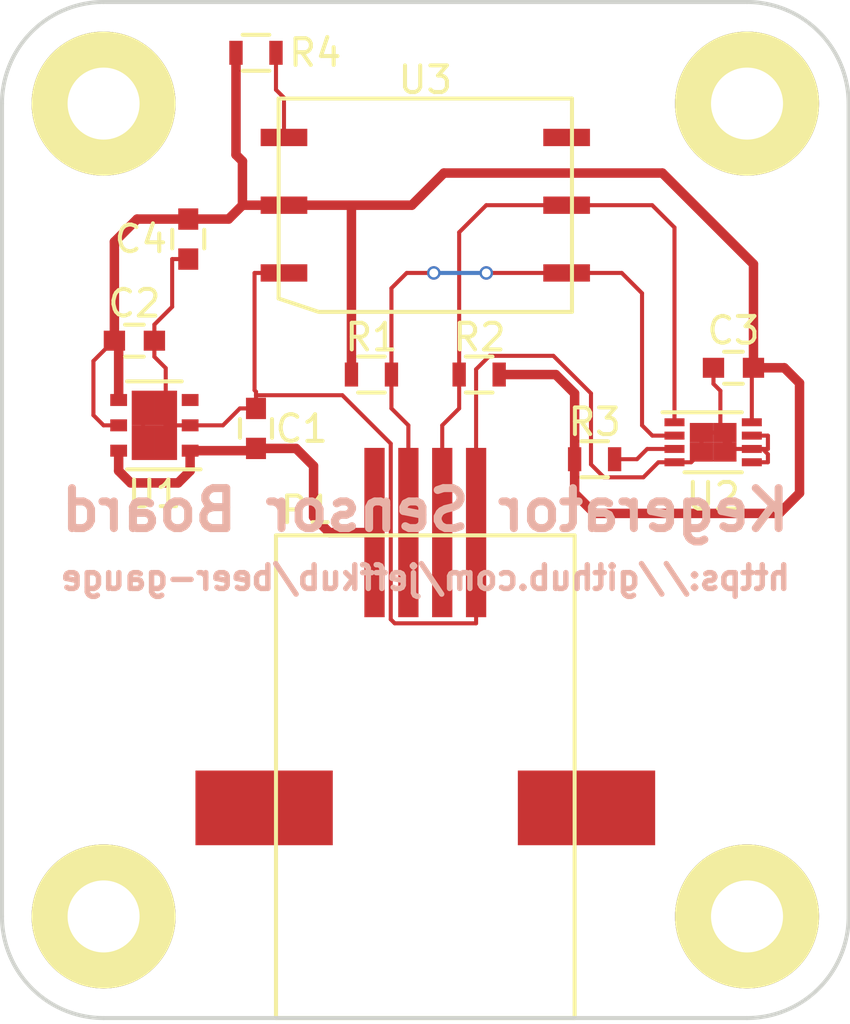
<source format=kicad_pcb>
(kicad_pcb (version 20171130) (host pcbnew "(5.1.12)-1")

  (general
    (thickness 1.6)
    (drawings 10)
    (tracks 142)
    (zones 0)
    (modules 16)
    (nets 8)
  )

  (page A4)
  (layers
    (0 F.Cu signal)
    (31 B.Cu signal)
    (32 B.Adhes user)
    (33 F.Adhes user)
    (34 B.Paste user)
    (35 F.Paste user)
    (36 B.SilkS user)
    (37 F.SilkS user)
    (38 B.Mask user)
    (39 F.Mask user)
    (40 Dwgs.User user)
    (41 Cmts.User user)
    (42 Eco1.User user hide)
    (43 Eco2.User user hide)
    (44 Edge.Cuts user)
    (45 Margin user)
    (46 B.CrtYd user)
    (47 F.CrtYd user)
    (48 B.Fab user)
    (49 F.Fab user hide)
  )

  (setup
    (last_trace_width 0.1524)
    (user_trace_width 0.3556)
    (trace_clearance 0.1524)
    (zone_clearance 0.254)
    (zone_45_only no)
    (trace_min 0.1524)
    (via_size 0.508)
    (via_drill 0.3302)
    (via_min_size 0.508)
    (via_min_drill 0.3302)
    (uvia_size 0.3)
    (uvia_drill 0.1)
    (uvias_allowed no)
    (uvia_min_size 0.2)
    (uvia_min_drill 0.1)
    (edge_width 0.15)
    (segment_width 0.2)
    (pcb_text_width 0.3)
    (pcb_text_size 1.5 1.5)
    (mod_edge_width 0.15)
    (mod_text_size 1 1)
    (mod_text_width 0.15)
    (pad_size 1.524 1.524)
    (pad_drill 0.762)
    (pad_to_mask_clearance 0.0254)
    (solder_mask_min_width 0.0254)
    (aux_axis_origin 0 0)
    (visible_elements 7FFFFF7F)
    (pcbplotparams
      (layerselection 0x00030_80000001)
      (usegerberextensions false)
      (usegerberattributes true)
      (usegerberadvancedattributes true)
      (creategerberjobfile true)
      (excludeedgelayer true)
      (linewidth 0.100000)
      (plotframeref false)
      (viasonmask false)
      (mode 1)
      (useauxorigin false)
      (hpglpennumber 1)
      (hpglpenspeed 20)
      (hpglpendiameter 15.000000)
      (psnegative false)
      (psa4output false)
      (plotreference true)
      (plotvalue true)
      (plotinvisibletext false)
      (padsonsilk false)
      (subtractmaskfromsilk false)
      (outputformat 1)
      (mirror false)
      (drillshape 1)
      (scaleselection 1)
      (outputdirectory ""))
  )

  (net 0 "")
  (net 1 +5V)
  (net 2 GND)
  (net 3 +3V3)
  (net 4 /I2C_SCL)
  (net 5 /I2C_SDA)
  (net 6 "Net-(R3-Pad2)")
  (net 7 "Net-(R4-Pad2)")

  (net_class Default "This is the default net class."
    (clearance 0.1524)
    (trace_width 0.1524)
    (via_dia 0.508)
    (via_drill 0.3302)
    (uvia_dia 0.3)
    (uvia_drill 0.1)
    (add_net +3V3)
    (add_net +5V)
    (add_net /I2C_SCL)
    (add_net /I2C_SDA)
    (add_net GND)
    (add_net "Net-(R3-Pad2)")
    (add_net "Net-(R4-Pad2)")
  )

  (module footprint:0855025005 (layer F.Cu) (tedit 57812FC9) (tstamp 578133BF)
    (at 152.4 139.7)
    (path /5780F910)
    (fp_text reference P1 (at -4.445 -19.05) (layer F.SilkS)
      (effects (font (size 1 1) (thickness 0.15)))
    )
    (fp_text value CONN_01X04 (at 0 -0.5) (layer F.Fab)
      (effects (font (size 1 1) (thickness 0.15)))
    )
    (fp_line (start -5.6 0) (end 5.6 0) (layer F.SilkS) (width 0.15))
    (fp_line (start 5.6 0) (end 5.6 -18.1) (layer F.SilkS) (width 0.15))
    (fp_line (start 5.6 -18.1) (end -5.6 -18.1) (layer F.SilkS) (width 0.15))
    (fp_line (start -5.6 -18.1) (end -5.6 0) (layer F.SilkS) (width 0.15))
    (pad 1 smd rect (at -1.905 -18.205) (size 0.76 6.35) (layers F.Cu F.Paste F.Mask)
      (net 1 +5V))
    (pad 2 smd rect (at -0.635 -18.205) (size 0.76 6.35) (layers F.Cu F.Paste F.Mask)
      (net 4 /I2C_SCL))
    (pad 3 smd rect (at 0.635 -18.205) (size 0.76 6.35) (layers F.Cu F.Paste F.Mask)
      (net 5 /I2C_SDA))
    (pad 4 smd rect (at 1.905 -18.205) (size 0.76 6.35) (layers F.Cu F.Paste F.Mask)
      (net 2 GND))
    (pad 5 smd rect (at -6.045 -7.88) (size 5.15 2.8) (layers F.Cu F.Paste F.Mask))
    (pad 5 smd rect (at 6.045 -7.88) (size 5.15 2.8) (layers F.Cu F.Paste F.Mask))
  )

  (module Mounting_Holes:MountingHole_2.7mm_M2.5_Pad (layer F.Cu) (tedit 578132B8) (tstamp 5781386D)
    (at 140.335 105.41)
    (descr "Mounting Hole 2.7mm, M2.5")
    (tags "mounting hole 2.7mm m2.5")
    (fp_text reference REF**_4 (at 0 -3.7) (layer F.SilkS) hide
      (effects (font (size 1 1) (thickness 0.15)))
    )
    (fp_text value MountingHole_2.7mm_M2.5_Pad (at 0 3.7) (layer F.Fab)
      (effects (font (size 1 1) (thickness 0.15)))
    )
    (fp_circle (center 0 0) (end 2.95 0) (layer F.CrtYd) (width 0.05))
    (fp_circle (center 0 0) (end 2.7 0) (layer Cmts.User) (width 0.15))
    (pad 1 thru_hole circle (at 0 0) (size 5.4 5.4) (drill 2.7) (layers *.Cu *.Mask F.SilkS))
  )

  (module Mounting_Holes:MountingHole_2.7mm_M2.5_Pad (layer F.Cu) (tedit 578132B8) (tstamp 57813867)
    (at 164.465 105.41)
    (descr "Mounting Hole 2.7mm, M2.5")
    (tags "mounting hole 2.7mm m2.5")
    (fp_text reference REF**_3 (at 0 -3.7) (layer F.SilkS) hide
      (effects (font (size 1 1) (thickness 0.15)))
    )
    (fp_text value MountingHole_2.7mm_M2.5_Pad (at 0 3.7) (layer F.Fab)
      (effects (font (size 1 1) (thickness 0.15)))
    )
    (fp_circle (center 0 0) (end 2.95 0) (layer F.CrtYd) (width 0.05))
    (fp_circle (center 0 0) (end 2.7 0) (layer Cmts.User) (width 0.15))
    (pad 1 thru_hole circle (at 0 0) (size 5.4 5.4) (drill 2.7) (layers *.Cu *.Mask F.SilkS))
  )

  (module Mounting_Holes:MountingHole_2.7mm_M2.5_Pad (layer F.Cu) (tedit 578132B8) (tstamp 57813860)
    (at 164.465 135.89)
    (descr "Mounting Hole 2.7mm, M2.5")
    (tags "mounting hole 2.7mm m2.5")
    (fp_text reference REF**_2 (at 0 -3.7) (layer F.SilkS) hide
      (effects (font (size 1 1) (thickness 0.15)))
    )
    (fp_text value MountingHole_2.7mm_M2.5_Pad (at 0 3.7) (layer F.Fab)
      (effects (font (size 1 1) (thickness 0.15)))
    )
    (fp_circle (center 0 0) (end 2.95 0) (layer F.CrtYd) (width 0.05))
    (fp_circle (center 0 0) (end 2.7 0) (layer Cmts.User) (width 0.15))
    (pad 1 thru_hole circle (at 0 0) (size 5.4 5.4) (drill 2.7) (layers *.Cu *.Mask F.SilkS))
  )

  (module Capacitors_SMD:C_0603 (layer F.Cu) (tedit 5415D631) (tstamp 5781338D)
    (at 146.05 117.59 90)
    (descr "Capacitor SMD 0603, reflow soldering, AVX (see smccp.pdf)")
    (tags "capacitor 0603")
    (path /5780FC8D)
    (attr smd)
    (fp_text reference C1 (at -0.012 1.7145 180) (layer F.SilkS)
      (effects (font (size 1 1) (thickness 0.15)))
    )
    (fp_text value 2.2u (at 0 1.9 90) (layer F.Fab)
      (effects (font (size 1 1) (thickness 0.15)))
    )
    (fp_line (start 0.35 0.6) (end -0.35 0.6) (layer F.SilkS) (width 0.15))
    (fp_line (start -0.35 -0.6) (end 0.35 -0.6) (layer F.SilkS) (width 0.15))
    (fp_line (start 1.45 -0.75) (end 1.45 0.75) (layer F.CrtYd) (width 0.05))
    (fp_line (start -1.45 -0.75) (end -1.45 0.75) (layer F.CrtYd) (width 0.05))
    (fp_line (start -1.45 0.75) (end 1.45 0.75) (layer F.CrtYd) (width 0.05))
    (fp_line (start -1.45 -0.75) (end 1.45 -0.75) (layer F.CrtYd) (width 0.05))
    (pad 1 smd rect (at -0.75 0 90) (size 0.8 0.75) (layers F.Cu F.Paste F.Mask)
      (net 1 +5V))
    (pad 2 smd rect (at 0.75 0 90) (size 0.8 0.75) (layers F.Cu F.Paste F.Mask)
      (net 2 GND))
    (model Capacitors_SMD.3dshapes/C_0603.wrl
      (at (xyz 0 0 0))
      (scale (xyz 1 1 1))
      (rotate (xyz 0 0 0))
    )
  )

  (module Capacitors_SMD:C_0603 (layer F.Cu) (tedit 5415D631) (tstamp 57813399)
    (at 141.49 114.3)
    (descr "Capacitor SMD 0603, reflow soldering, AVX (see smccp.pdf)")
    (tags "capacitor 0603")
    (path /5780FCD4)
    (attr smd)
    (fp_text reference C2 (at 0 -1.397) (layer F.SilkS)
      (effects (font (size 1 1) (thickness 0.15)))
    )
    (fp_text value 2.2u (at 0 1.9) (layer F.Fab)
      (effects (font (size 1 1) (thickness 0.15)))
    )
    (fp_line (start 0.35 0.6) (end -0.35 0.6) (layer F.SilkS) (width 0.15))
    (fp_line (start -0.35 -0.6) (end 0.35 -0.6) (layer F.SilkS) (width 0.15))
    (fp_line (start 1.45 -0.75) (end 1.45 0.75) (layer F.CrtYd) (width 0.05))
    (fp_line (start -1.45 -0.75) (end -1.45 0.75) (layer F.CrtYd) (width 0.05))
    (fp_line (start -1.45 0.75) (end 1.45 0.75) (layer F.CrtYd) (width 0.05))
    (fp_line (start -1.45 -0.75) (end 1.45 -0.75) (layer F.CrtYd) (width 0.05))
    (pad 1 smd rect (at -0.75 0) (size 0.8 0.75) (layers F.Cu F.Paste F.Mask)
      (net 3 +3V3))
    (pad 2 smd rect (at 0.75 0) (size 0.8 0.75) (layers F.Cu F.Paste F.Mask)
      (net 2 GND))
    (model Capacitors_SMD.3dshapes/C_0603.wrl
      (at (xyz 0 0 0))
      (scale (xyz 1 1 1))
      (rotate (xyz 0 0 0))
    )
  )

  (module Capacitors_SMD:C_0603 (layer F.Cu) (tedit 5415D631) (tstamp 578133A5)
    (at 163.957 115.316 180)
    (descr "Capacitor SMD 0603, reflow soldering, AVX (see smccp.pdf)")
    (tags "capacitor 0603")
    (path /57810860)
    (attr smd)
    (fp_text reference C3 (at 0 1.397 180) (layer F.SilkS)
      (effects (font (size 1 1) (thickness 0.15)))
    )
    (fp_text value 0.1u (at 0 1.9 180) (layer F.Fab)
      (effects (font (size 1 1) (thickness 0.15)))
    )
    (fp_line (start 0.35 0.6) (end -0.35 0.6) (layer F.SilkS) (width 0.15))
    (fp_line (start -0.35 -0.6) (end 0.35 -0.6) (layer F.SilkS) (width 0.15))
    (fp_line (start 1.45 -0.75) (end 1.45 0.75) (layer F.CrtYd) (width 0.05))
    (fp_line (start -1.45 -0.75) (end -1.45 0.75) (layer F.CrtYd) (width 0.05))
    (fp_line (start -1.45 0.75) (end 1.45 0.75) (layer F.CrtYd) (width 0.05))
    (fp_line (start -1.45 -0.75) (end 1.45 -0.75) (layer F.CrtYd) (width 0.05))
    (pad 1 smd rect (at -0.75 0 180) (size 0.8 0.75) (layers F.Cu F.Paste F.Mask)
      (net 3 +3V3))
    (pad 2 smd rect (at 0.75 0 180) (size 0.8 0.75) (layers F.Cu F.Paste F.Mask)
      (net 2 GND))
    (model Capacitors_SMD.3dshapes/C_0603.wrl
      (at (xyz 0 0 0))
      (scale (xyz 1 1 1))
      (rotate (xyz 0 0 0))
    )
  )

  (module Capacitors_SMD:C_0603 (layer F.Cu) (tedit 5415D631) (tstamp 578133B1)
    (at 143.51 110.49 270)
    (descr "Capacitor SMD 0603, reflow soldering, AVX (see smccp.pdf)")
    (tags "capacitor 0603")
    (path /57812797)
    (attr smd)
    (fp_text reference C4 (at 0 1.778) (layer F.SilkS)
      (effects (font (size 1 1) (thickness 0.15)))
    )
    (fp_text value 0.1u (at 0 1.9 270) (layer F.Fab)
      (effects (font (size 1 1) (thickness 0.15)))
    )
    (fp_line (start 0.35 0.6) (end -0.35 0.6) (layer F.SilkS) (width 0.15))
    (fp_line (start -0.35 -0.6) (end 0.35 -0.6) (layer F.SilkS) (width 0.15))
    (fp_line (start 1.45 -0.75) (end 1.45 0.75) (layer F.CrtYd) (width 0.05))
    (fp_line (start -1.45 -0.75) (end -1.45 0.75) (layer F.CrtYd) (width 0.05))
    (fp_line (start -1.45 0.75) (end 1.45 0.75) (layer F.CrtYd) (width 0.05))
    (fp_line (start -1.45 -0.75) (end 1.45 -0.75) (layer F.CrtYd) (width 0.05))
    (pad 1 smd rect (at -0.75 0 270) (size 0.8 0.75) (layers F.Cu F.Paste F.Mask)
      (net 3 +3V3))
    (pad 2 smd rect (at 0.75 0 270) (size 0.8 0.75) (layers F.Cu F.Paste F.Mask)
      (net 2 GND))
    (model Capacitors_SMD.3dshapes/C_0603.wrl
      (at (xyz 0 0 0))
      (scale (xyz 1 1 1))
      (rotate (xyz 0 0 0))
    )
  )

  (module Resistors_SMD:R_0603 (layer F.Cu) (tedit 5415CC62) (tstamp 578133CB)
    (at 150.38 115.57)
    (descr "Resistor SMD 0603, reflow soldering, Vishay (see dcrcw.pdf)")
    (tags "resistor 0603")
    (path /57810C11)
    (attr smd)
    (fp_text reference R1 (at 0 -1.397) (layer F.SilkS)
      (effects (font (size 1 1) (thickness 0.15)))
    )
    (fp_text value DNP (at 0 1.9) (layer F.Fab)
      (effects (font (size 1 1) (thickness 0.15)))
    )
    (fp_line (start -0.5 -0.675) (end 0.5 -0.675) (layer F.SilkS) (width 0.15))
    (fp_line (start 0.5 0.675) (end -0.5 0.675) (layer F.SilkS) (width 0.15))
    (fp_line (start 1.3 -0.8) (end 1.3 0.8) (layer F.CrtYd) (width 0.05))
    (fp_line (start -1.3 -0.8) (end -1.3 0.8) (layer F.CrtYd) (width 0.05))
    (fp_line (start -1.3 0.8) (end 1.3 0.8) (layer F.CrtYd) (width 0.05))
    (fp_line (start -1.3 -0.8) (end 1.3 -0.8) (layer F.CrtYd) (width 0.05))
    (pad 1 smd rect (at -0.75 0) (size 0.5 0.9) (layers F.Cu F.Paste F.Mask)
      (net 3 +3V3))
    (pad 2 smd rect (at 0.75 0) (size 0.5 0.9) (layers F.Cu F.Paste F.Mask)
      (net 4 /I2C_SCL))
    (model Resistors_SMD.3dshapes/R_0603.wrl
      (at (xyz 0 0 0))
      (scale (xyz 1 1 1))
      (rotate (xyz 0 0 0))
    )
  )

  (module Resistors_SMD:R_0603 (layer F.Cu) (tedit 5415CC62) (tstamp 578133D7)
    (at 154.42 115.57 180)
    (descr "Resistor SMD 0603, reflow soldering, Vishay (see dcrcw.pdf)")
    (tags "resistor 0603")
    (path /57810C3E)
    (attr smd)
    (fp_text reference R2 (at -0.012 1.397 180) (layer F.SilkS)
      (effects (font (size 1 1) (thickness 0.15)))
    )
    (fp_text value DNP (at 0 1.9 180) (layer F.Fab)
      (effects (font (size 1 1) (thickness 0.15)))
    )
    (fp_line (start -0.5 -0.675) (end 0.5 -0.675) (layer F.SilkS) (width 0.15))
    (fp_line (start 0.5 0.675) (end -0.5 0.675) (layer F.SilkS) (width 0.15))
    (fp_line (start 1.3 -0.8) (end 1.3 0.8) (layer F.CrtYd) (width 0.05))
    (fp_line (start -1.3 -0.8) (end -1.3 0.8) (layer F.CrtYd) (width 0.05))
    (fp_line (start -1.3 0.8) (end 1.3 0.8) (layer F.CrtYd) (width 0.05))
    (fp_line (start -1.3 -0.8) (end 1.3 -0.8) (layer F.CrtYd) (width 0.05))
    (pad 1 smd rect (at -0.75 0 180) (size 0.5 0.9) (layers F.Cu F.Paste F.Mask)
      (net 3 +3V3))
    (pad 2 smd rect (at 0.75 0 180) (size 0.5 0.9) (layers F.Cu F.Paste F.Mask)
      (net 5 /I2C_SDA))
    (model Resistors_SMD.3dshapes/R_0603.wrl
      (at (xyz 0 0 0))
      (scale (xyz 1 1 1))
      (rotate (xyz 0 0 0))
    )
  )

  (module Resistors_SMD:R_0603 (layer F.Cu) (tedit 5415CC62) (tstamp 7FFFFFFF)
    (at 158.75 118.745)
    (descr "Resistor SMD 0603, reflow soldering, Vishay (see dcrcw.pdf)")
    (tags "resistor 0603")
    (path /578111D3)
    (attr smd)
    (fp_text reference R3 (at 0 -1.397) (layer F.SilkS)
      (effects (font (size 1 1) (thickness 0.15)))
    )
    (fp_text value 4.7k (at 0 1.9) (layer F.Fab)
      (effects (font (size 1 1) (thickness 0.15)))
    )
    (fp_line (start -0.5 -0.675) (end 0.5 -0.675) (layer F.SilkS) (width 0.15))
    (fp_line (start 0.5 0.675) (end -0.5 0.675) (layer F.SilkS) (width 0.15))
    (fp_line (start 1.3 -0.8) (end 1.3 0.8) (layer F.CrtYd) (width 0.05))
    (fp_line (start -1.3 -0.8) (end -1.3 0.8) (layer F.CrtYd) (width 0.05))
    (fp_line (start -1.3 0.8) (end 1.3 0.8) (layer F.CrtYd) (width 0.05))
    (fp_line (start -1.3 -0.8) (end 1.3 -0.8) (layer F.CrtYd) (width 0.05))
    (pad 1 smd rect (at -0.75 0) (size 0.5 0.9) (layers F.Cu F.Paste F.Mask)
      (net 3 +3V3))
    (pad 2 smd rect (at 0.75 0) (size 0.5 0.9) (layers F.Cu F.Paste F.Mask)
      (net 6 "Net-(R3-Pad2)"))
    (model Resistors_SMD.3dshapes/R_0603.wrl
      (at (xyz 0 0 0))
      (scale (xyz 1 1 1))
      (rotate (xyz 0 0 0))
    )
  )

  (module Resistors_SMD:R_0603 (layer F.Cu) (tedit 5415CC62) (tstamp 578133EF)
    (at 146.05 103.505)
    (descr "Resistor SMD 0603, reflow soldering, Vishay (see dcrcw.pdf)")
    (tags "resistor 0603")
    (path /57812407)
    (attr smd)
    (fp_text reference R4 (at 2.2225 0) (layer F.SilkS)
      (effects (font (size 1 1) (thickness 0.15)))
    )
    (fp_text value 4.7k (at 0 1.9) (layer F.Fab)
      (effects (font (size 1 1) (thickness 0.15)))
    )
    (fp_line (start -0.5 -0.675) (end 0.5 -0.675) (layer F.SilkS) (width 0.15))
    (fp_line (start 0.5 0.675) (end -0.5 0.675) (layer F.SilkS) (width 0.15))
    (fp_line (start 1.3 -0.8) (end 1.3 0.8) (layer F.CrtYd) (width 0.05))
    (fp_line (start -1.3 -0.8) (end -1.3 0.8) (layer F.CrtYd) (width 0.05))
    (fp_line (start -1.3 0.8) (end 1.3 0.8) (layer F.CrtYd) (width 0.05))
    (fp_line (start -1.3 -0.8) (end 1.3 -0.8) (layer F.CrtYd) (width 0.05))
    (pad 1 smd rect (at -0.75 0) (size 0.5 0.9) (layers F.Cu F.Paste F.Mask)
      (net 3 +3V3))
    (pad 2 smd rect (at 0.75 0) (size 0.5 0.9) (layers F.Cu F.Paste F.Mask)
      (net 7 "Net-(R4-Pad2)"))
    (model Resistors_SMD.3dshapes/R_0603.wrl
      (at (xyz 0 0 0))
      (scale (xyz 1 1 1))
      (rotate (xyz 0 0 0))
    )
  )

  (module Housings_DFN_QFN:DFN-6-1EP_3x3mm_Pitch0.95mm (layer F.Cu) (tedit 54130A77) (tstamp 57813403)
    (at 142.24 117.475 180)
    (descr "DFN6 3*3 MM, 0.95 PITCH; CASE 506AH-01 (see ON Semiconductor 506AH.PDF)")
    (tags "DFN 0.95")
    (path /5780F895)
    (attr smd)
    (fp_text reference U1 (at 0 -2.575 180) (layer F.SilkS)
      (effects (font (size 1 1) (thickness 0.15)))
    )
    (fp_text value LP38691 (at 0 2.575 180) (layer F.Fab)
      (effects (font (size 1 1) (thickness 0.15)))
    )
    (fp_line (start -1.73 -1.65) (end 1.025 -1.65) (layer F.SilkS) (width 0.15))
    (fp_line (start -1.025 1.65) (end 1.025 1.65) (layer F.SilkS) (width 0.15))
    (fp_line (start -1.9 1.85) (end 1.9 1.85) (layer F.CrtYd) (width 0.05))
    (fp_line (start -1.9 -1.85) (end 1.9 -1.85) (layer F.CrtYd) (width 0.05))
    (fp_line (start 1.9 -1.85) (end 1.9 1.85) (layer F.CrtYd) (width 0.05))
    (fp_line (start -1.9 -1.85) (end -1.9 1.85) (layer F.CrtYd) (width 0.05))
    (pad 1 smd rect (at -1.34 -0.95 180) (size 0.63 0.45) (layers F.Cu F.Paste F.Mask)
      (net 1 +5V))
    (pad 2 smd rect (at -1.34 0 180) (size 0.63 0.45) (layers F.Cu F.Paste F.Mask)
      (net 2 GND))
    (pad 3 smd rect (at -1.34 0.95 180) (size 0.63 0.45) (layers F.Cu F.Paste F.Mask))
    (pad 4 smd rect (at 1.34 0.95 180) (size 0.63 0.45) (layers F.Cu F.Paste F.Mask)
      (net 3 +3V3))
    (pad 5 smd rect (at 1.34 0 180) (size 0.63 0.45) (layers F.Cu F.Paste F.Mask)
      (net 3 +3V3))
    (pad 6 smd rect (at 1.34 -0.95 180) (size 0.63 0.45) (layers F.Cu F.Paste F.Mask)
      (net 1 +5V))
    (pad 7 smd rect (at 0.425 0.65 180) (size 0.85 1.3) (layers F.Cu F.Paste F.Mask)
      (net 2 GND) (solder_paste_margin_ratio -0.2))
    (pad 7 smd rect (at 0.425 -0.65 180) (size 0.85 1.3) (layers F.Cu F.Paste F.Mask)
      (net 2 GND) (solder_paste_margin_ratio -0.2))
    (pad 7 smd rect (at -0.425 0.65 180) (size 0.85 1.3) (layers F.Cu F.Paste F.Mask)
      (net 2 GND) (solder_paste_margin_ratio -0.2))
    (pad 7 smd rect (at -0.425 -0.65 180) (size 0.85 1.3) (layers F.Cu F.Paste F.Mask)
      (net 2 GND) (solder_paste_margin_ratio -0.2))
    (model Housings_DFN_QFN.3dshapes/DFN-6-1EP_3x3mm_Pitch0.95mm.wrl
      (at (xyz 0 0 0))
      (scale (xyz 1 1 1))
      (rotate (xyz 0 0 0))
    )
  )

  (module Housings_DFN_QFN:DFN-8-1EP_3x2mm_Pitch0.5mm (layer F.Cu) (tedit 54130A77) (tstamp 57813419)
    (at 163.195 118.11)
    (descr "8-Lead Plastic Dual Flat, No Lead Package (MC) - 2x3x0.9 mm Body [DFN] (see Microchip Packaging Specification 00000049BS.pdf)")
    (tags "DFN 0.5")
    (path /57811929)
    (attr smd)
    (fp_text reference U2 (at 0 2.032) (layer F.SilkS)
      (effects (font (size 1 1) (thickness 0.15)))
    )
    (fp_text value MCP9808 (at 0 2.05) (layer F.Fab)
      (effects (font (size 1 1) (thickness 0.15)))
    )
    (fp_line (start -1.9 -1.125) (end 1.075 -1.125) (layer F.SilkS) (width 0.15))
    (fp_line (start -1.075 1.125) (end 1.075 1.125) (layer F.SilkS) (width 0.15))
    (fp_line (start -2.1 1.3) (end 2.1 1.3) (layer F.CrtYd) (width 0.05))
    (fp_line (start -2.1 -1.3) (end 2.1 -1.3) (layer F.CrtYd) (width 0.05))
    (fp_line (start 2.1 -1.3) (end 2.1 1.3) (layer F.CrtYd) (width 0.05))
    (fp_line (start -2.1 -1.3) (end -2.1 1.3) (layer F.CrtYd) (width 0.05))
    (pad 1 smd rect (at -1.45 -0.75) (size 0.75 0.3) (layers F.Cu F.Paste F.Mask)
      (net 5 /I2C_SDA))
    (pad 2 smd rect (at -1.45 -0.25) (size 0.75 0.3) (layers F.Cu F.Paste F.Mask)
      (net 4 /I2C_SCL))
    (pad 3 smd rect (at -1.45 0.25) (size 0.75 0.3) (layers F.Cu F.Paste F.Mask)
      (net 6 "Net-(R3-Pad2)"))
    (pad 4 smd rect (at -1.45 0.75) (size 0.75 0.3) (layers F.Cu F.Paste F.Mask)
      (net 2 GND))
    (pad 5 smd rect (at 1.45 0.75) (size 0.75 0.3) (layers F.Cu F.Paste F.Mask)
      (net 2 GND))
    (pad 6 smd rect (at 1.45 0.25) (size 0.75 0.3) (layers F.Cu F.Paste F.Mask)
      (net 2 GND))
    (pad 7 smd rect (at 1.45 -0.25) (size 0.75 0.3) (layers F.Cu F.Paste F.Mask)
      (net 2 GND))
    (pad 8 smd rect (at 1.45 -0.75) (size 0.75 0.3) (layers F.Cu F.Paste F.Mask)
      (net 3 +3V3))
    (pad 9 smd rect (at 0.4375 0.3625) (size 0.875 0.725) (layers F.Cu F.Paste F.Mask)
      (net 2 GND) (solder_paste_margin_ratio -0.2))
    (pad 9 smd rect (at 0.4375 -0.3625) (size 0.875 0.725) (layers F.Cu F.Paste F.Mask)
      (net 2 GND) (solder_paste_margin_ratio -0.2))
    (pad 9 smd rect (at -0.4375 0.3625) (size 0.875 0.725) (layers F.Cu F.Paste F.Mask)
      (net 2 GND) (solder_paste_margin_ratio -0.2))
    (pad 9 smd rect (at -0.4375 -0.3625) (size 0.875 0.725) (layers F.Cu F.Paste F.Mask)
      (net 2 GND) (solder_paste_margin_ratio -0.2))
    (model Housings_DFN_QFN.3dshapes/DFN-8-1EP_3x2mm_Pitch0.5mm.wrl
      (at (xyz 0 0 0))
      (scale (xyz 1 1 1))
      (rotate (xyz 0 0 0))
    )
  )

  (module footprint:ABPMANN030PG2A3 (layer F.Cu) (tedit 57812C19) (tstamp 57813428)
    (at 152.4 109.22)
    (path /57811CED)
    (fp_text reference U3 (at 0 -4.699) (layer F.SilkS)
      (effects (font (size 1 1) (thickness 0.15)))
    )
    (fp_text value ABPMANN030PG2A3 (at 0 -0.5) (layer F.Fab)
      (effects (font (size 1 1) (thickness 0.15)))
    )
    (fp_line (start -5.5 -4) (end 5.5 -4) (layer F.SilkS) (width 0.15))
    (fp_line (start 5.5 -4) (end 5.5 4) (layer F.SilkS) (width 0.15))
    (fp_line (start -5.5 3.5) (end -4 4) (layer F.SilkS) (width 0.15))
    (fp_line (start -5.5 3.5) (end -5.5 -4) (layer F.SilkS) (width 0.15))
    (fp_line (start -4 4) (end 5.5 4) (layer F.SilkS) (width 0.15))
    (pad 1 smd rect (at -5.3 2.54) (size 1.75 0.65) (layers F.Cu F.Paste F.Mask)
      (net 2 GND))
    (pad 2 smd rect (at -5.3 0) (size 1.75 0.65) (layers F.Cu F.Paste F.Mask)
      (net 3 +3V3))
    (pad 3 smd rect (at -5.3 -2.54) (size 1.75 0.65) (layers F.Cu F.Paste F.Mask)
      (net 7 "Net-(R4-Pad2)"))
    (pad 4 smd rect (at 5.3 -2.54) (size 1.75 0.65) (layers F.Cu F.Paste F.Mask))
    (pad 5 smd rect (at 5.3 0) (size 1.75 0.65) (layers F.Cu F.Paste F.Mask)
      (net 5 /I2C_SDA))
    (pad 6 smd rect (at 5.3 2.54) (size 1.75 0.65) (layers F.Cu F.Paste F.Mask)
      (net 4 /I2C_SCL))
  )

  (module Mounting_Holes:MountingHole_2.7mm_M2.5_Pad (layer F.Cu) (tedit 578132B8) (tstamp 5781382E)
    (at 140.335 135.89)
    (descr "Mounting Hole 2.7mm, M2.5")
    (tags "mounting hole 2.7mm m2.5")
    (fp_text reference REF** (at 0 -3.7) (layer F.SilkS) hide
      (effects (font (size 1 1) (thickness 0.15)))
    )
    (fp_text value MountingHole_2.7mm_M2.5_Pad (at 0 3.7) (layer F.Fab)
      (effects (font (size 1 1) (thickness 0.15)))
    )
    (fp_circle (center 0 0) (end 2.95 0) (layer F.CrtYd) (width 0.05))
    (fp_circle (center 0 0) (end 2.7 0) (layer Cmts.User) (width 0.15))
    (pad 1 thru_hole circle (at 0 0) (size 5.4 5.4) (drill 2.7) (layers *.Cu *.Mask F.SilkS))
  )

  (gr_text https://github.com/jeffkub/beer-gauge (at 152.4 123.19) (layer B.SilkS)
    (effects (font (size 0.889 0.889) (thickness 0.2032)) (justify mirror))
  )
  (gr_text "Kegerator Sensor Board\n" (at 152.4 120.65) (layer B.SilkS)
    (effects (font (size 1.5 1.5) (thickness 0.3)) (justify mirror))
  )
  (gr_line (start 164.465 101.6) (end 140.335 101.6) (layer Edge.Cuts) (width 0.15))
  (gr_line (start 168.275 135.89) (end 168.275 105.41) (layer Edge.Cuts) (width 0.15))
  (gr_line (start 140.335 139.7) (end 164.465 139.7) (layer Edge.Cuts) (width 0.15))
  (gr_line (start 136.525 105.41) (end 136.525 135.89) (layer Edge.Cuts) (width 0.15))
  (gr_arc (start 140.335 135.89) (end 140.335 139.7) (angle 90) (layer Edge.Cuts) (width 0.15))
  (gr_arc (start 164.465 135.89) (end 168.275 135.89) (angle 90) (layer Edge.Cuts) (width 0.15))
  (gr_arc (start 164.465 105.41) (end 164.465 101.6) (angle 90) (layer Edge.Cuts) (width 0.15))
  (gr_arc (start 140.335 105.41) (end 136.525 105.41) (angle 90) (layer Edge.Cuts) (width 0.15))

  (segment (start 146.05 118.34) (end 147.55 118.34) (width 0.3556) (layer F.Cu) (net 1))
  (segment (start 147.55 118.34) (end 148.209 118.999) (width 0.3556) (layer F.Cu) (net 1))
  (segment (start 148.209 118.999) (end 148.209 120.904) (width 0.3556) (layer F.Cu) (net 1))
  (segment (start 148.209 120.904) (end 148.8 121.495) (width 0.3556) (layer F.Cu) (net 1))
  (segment (start 148.8 121.495) (end 150.495 121.495) (width 0.3556) (layer F.Cu) (net 1))
  (segment (start 143.58 118.425) (end 145.965 118.425) (width 0.3556) (layer F.Cu) (net 1))
  (segment (start 145.965 118.425) (end 146.05 118.34) (width 0.3556) (layer F.Cu) (net 1))
  (segment (start 143.58 118.425) (end 143.58 119.183) (width 0.3556) (layer F.Cu) (net 1))
  (segment (start 143.58 119.183) (end 143.129 119.634) (width 0.3556) (layer F.Cu) (net 1))
  (segment (start 143.129 119.634) (end 141.351 119.634) (width 0.3556) (layer F.Cu) (net 1))
  (segment (start 141.351 119.634) (end 140.9 119.183) (width 0.3556) (layer F.Cu) (net 1))
  (segment (start 140.9 119.183) (end 140.9 118.425) (width 0.3556) (layer F.Cu) (net 1))
  (segment (start 154.305 121.495) (end 154.305 124.8987) (width 0.1524) (layer F.Cu) (net 2))
  (segment (start 146.05 116.346) (end 149.2897 116.346) (width 0.1524) (layer F.Cu) (net 2))
  (segment (start 149.2897 116.346) (end 151.1038 118.1601) (width 0.1524) (layer F.Cu) (net 2))
  (segment (start 151.1038 118.1601) (end 151.1038 124.7496) (width 0.1524) (layer F.Cu) (net 2))
  (segment (start 151.1038 124.7496) (end 151.2529 124.8987) (width 0.1524) (layer F.Cu) (net 2))
  (segment (start 151.2529 124.8987) (end 154.305 124.8987) (width 0.1524) (layer F.Cu) (net 2))
  (segment (start 146.05 116.346) (end 146.05 116.2113) (width 0.1524) (layer F.Cu) (net 2))
  (segment (start 146.05 116.84) (end 146.05 116.346) (width 0.1524) (layer F.Cu) (net 2))
  (segment (start 146.05 116.84) (end 145.4463 116.84) (width 0.1524) (layer F.Cu) (net 2))
  (segment (start 143.58 117.475) (end 144.8113 117.475) (width 0.1524) (layer F.Cu) (net 2))
  (segment (start 144.8113 117.475) (end 145.4463 116.84) (width 0.1524) (layer F.Cu) (net 2))
  (segment (start 143.3082 117.475) (end 143.58 117.475) (width 0.1524) (layer F.Cu) (net 2))
  (segment (start 143.3082 117.475) (end 143.0363 117.475) (width 0.1524) (layer F.Cu) (net 2))
  (segment (start 161.745 118.86) (end 161.1413 118.86) (width 0.1524) (layer F.Cu) (net 2))
  (segment (start 161.1413 118.86) (end 160.5775 119.4238) (width 0.1524) (layer F.Cu) (net 2))
  (segment (start 160.5775 119.4238) (end 159.0965 119.4238) (width 0.1524) (layer F.Cu) (net 2))
  (segment (start 159.0965 119.4238) (end 158.6132 118.9405) (width 0.1524) (layer F.Cu) (net 2))
  (segment (start 158.6132 118.9405) (end 158.6132 116.2778) (width 0.1524) (layer F.Cu) (net 2))
  (segment (start 158.6132 116.2778) (end 157.2046 114.8692) (width 0.1524) (layer F.Cu) (net 2))
  (segment (start 157.2046 114.8692) (end 154.809 114.8692) (width 0.1524) (layer F.Cu) (net 2))
  (segment (start 154.809 114.8692) (end 154.305 115.3732) (width 0.1524) (layer F.Cu) (net 2))
  (segment (start 154.305 115.3732) (end 154.305 121.495) (width 0.1524) (layer F.Cu) (net 2))
  (segment (start 161.745 118.86) (end 162.37 118.86) (width 0.1524) (layer F.Cu) (net 2))
  (segment (start 162.37 118.86) (end 162.7575 118.4725) (width 0.1524) (layer F.Cu) (net 2))
  (segment (start 142.24 114.3) (end 142.24 113.6963) (width 0.1524) (layer F.Cu) (net 2))
  (segment (start 143.51 111.24) (end 142.9063 111.24) (width 0.1524) (layer F.Cu) (net 2))
  (segment (start 142.9063 111.24) (end 142.9063 113.03) (width 0.1524) (layer F.Cu) (net 2))
  (segment (start 142.9063 113.03) (end 142.24 113.6963) (width 0.1524) (layer F.Cu) (net 2))
  (segment (start 142.24 114.3) (end 142.24 114.9037) (width 0.1524) (layer F.Cu) (net 2))
  (segment (start 142.665 116.825) (end 142.665 115.3287) (width 0.1524) (layer F.Cu) (net 2))
  (segment (start 142.665 115.3287) (end 142.24 114.9037) (width 0.1524) (layer F.Cu) (net 2))
  (segment (start 142.665 117.2463) (end 142.665 116.825) (width 0.1524) (layer F.Cu) (net 2))
  (segment (start 142.665 117.475) (end 142.665 117.2463) (width 0.1524) (layer F.Cu) (net 2))
  (segment (start 142.665 118.125) (end 142.665 117.475) (width 0.1524) (layer F.Cu) (net 2))
  (segment (start 142.665 117.475) (end 143.0363 117.475) (width 0.1524) (layer F.Cu) (net 2))
  (segment (start 141.815 117.2463) (end 141.815 116.825) (width 0.1524) (layer F.Cu) (net 2))
  (segment (start 142.665 117.2463) (end 141.815 117.2463) (width 0.1524) (layer F.Cu) (net 2))
  (segment (start 141.815 118.125) (end 141.815 117.2463) (width 0.1524) (layer F.Cu) (net 2))
  (segment (start 163.207 115.316) (end 163.207 115.9197) (width 0.1524) (layer F.Cu) (net 2))
  (segment (start 163.466 117.7475) (end 163.466 116.1787) (width 0.1524) (layer F.Cu) (net 2))
  (segment (start 163.466 116.1787) (end 163.207 115.9197) (width 0.1524) (layer F.Cu) (net 2))
  (segment (start 163.466 117.7475) (end 163.2994 117.7475) (width 0.1524) (layer F.Cu) (net 2))
  (segment (start 163.6325 117.7475) (end 163.466 117.7475) (width 0.1524) (layer F.Cu) (net 2))
  (segment (start 165.052 118.36) (end 165.2487 118.5567) (width 0.1524) (layer F.Cu) (net 2))
  (segment (start 165.2487 118.5567) (end 165.2487 118.86) (width 0.1524) (layer F.Cu) (net 2))
  (segment (start 164.9469 118.36) (end 165.052 118.36) (width 0.1524) (layer F.Cu) (net 2))
  (segment (start 165.052 118.36) (end 165.2487 118.36) (width 0.1524) (layer F.Cu) (net 2))
  (segment (start 164.645 118.86) (end 165.2487 118.86) (width 0.1524) (layer F.Cu) (net 2))
  (segment (start 164.645 118.36) (end 164.9469 118.36) (width 0.1524) (layer F.Cu) (net 2))
  (segment (start 164.645 117.86) (end 165.2487 117.86) (width 0.1524) (layer F.Cu) (net 2))
  (segment (start 165.2487 117.86) (end 165.2487 118.36) (width 0.1524) (layer F.Cu) (net 2))
  (segment (start 164.645 118.36) (end 164.0413 118.36) (width 0.1524) (layer F.Cu) (net 2))
  (segment (start 163.6325 118.1769) (end 163.8582 118.1769) (width 0.1524) (layer F.Cu) (net 2))
  (segment (start 163.8582 118.1769) (end 164.0413 118.36) (width 0.1524) (layer F.Cu) (net 2))
  (segment (start 163.6325 118.1769) (end 163.6325 117.8813) (width 0.1524) (layer F.Cu) (net 2))
  (segment (start 163.6325 118.4725) (end 163.6325 118.1769) (width 0.1524) (layer F.Cu) (net 2))
  (segment (start 163.2994 117.7475) (end 163.4332 117.8813) (width 0.1524) (layer F.Cu) (net 2))
  (segment (start 163.4332 117.8813) (end 163.6325 117.8813) (width 0.1524) (layer F.Cu) (net 2))
  (segment (start 163.2994 117.7475) (end 162.9663 117.7475) (width 0.1524) (layer F.Cu) (net 2))
  (segment (start 162.7575 117.7475) (end 162.9663 117.7475) (width 0.1524) (layer F.Cu) (net 2))
  (segment (start 162.7575 117.7475) (end 162.7575 118.4725) (width 0.1524) (layer F.Cu) (net 2))
  (segment (start 147.1 111.76) (end 145.9963 111.76) (width 0.1524) (layer F.Cu) (net 2))
  (segment (start 145.9963 111.76) (end 145.9963 116.1576) (width 0.1524) (layer F.Cu) (net 2))
  (segment (start 145.9963 116.1576) (end 146.05 116.2113) (width 0.1524) (layer F.Cu) (net 2))
  (segment (start 149.542 109.22) (end 149.63 109.308) (width 0.3556) (layer F.Cu) (net 3))
  (segment (start 149.63 109.308) (end 149.63 115.57) (width 0.3556) (layer F.Cu) (net 3))
  (segment (start 147.1 109.22) (end 149.542 109.22) (width 0.3556) (layer F.Cu) (net 3))
  (segment (start 145.542 109.22) (end 147.1 109.22) (width 0.3556) (layer F.Cu) (net 3))
  (segment (start 143.51 109.74) (end 145.022 109.74) (width 0.3556) (layer F.Cu) (net 3))
  (segment (start 145.022 109.74) (end 145.542 109.22) (width 0.3556) (layer F.Cu) (net 3))
  (segment (start 140.9 116.525) (end 140.9 114.46) (width 0.3556) (layer F.Cu) (net 3))
  (segment (start 140.9 114.46) (end 140.74 114.3) (width 0.3556) (layer F.Cu) (net 3))
  (segment (start 140.9 117.475) (end 140.335 117.475) (width 0.1524) (layer F.Cu) (net 3))
  (segment (start 140.335 117.475) (end 139.954 117.094) (width 0.1524) (layer F.Cu) (net 3))
  (segment (start 139.954 117.094) (end 139.954 115.061) (width 0.1524) (layer F.Cu) (net 3))
  (segment (start 139.954 115.061) (end 140.715 114.3) (width 0.1524) (layer F.Cu) (net 3))
  (segment (start 140.715 114.3) (end 140.74 114.3) (width 0.1524) (layer F.Cu) (net 3))
  (segment (start 164.645 117.36) (end 164.645 115.378) (width 0.1524) (layer F.Cu) (net 3))
  (segment (start 164.645 115.378) (end 164.707 115.316) (width 0.1524) (layer F.Cu) (net 3))
  (segment (start 143.51 109.74) (end 141.593 109.74) (width 0.3556) (layer F.Cu) (net 3))
  (segment (start 141.593 109.74) (end 140.74 110.593) (width 0.3556) (layer F.Cu) (net 3))
  (segment (start 140.74 110.593) (end 140.74 114.3) (width 0.3556) (layer F.Cu) (net 3))
  (segment (start 149.542 109.22) (end 151.892 109.22) (width 0.3556) (layer F.Cu) (net 3))
  (segment (start 151.892 109.22) (end 153.098 108.014) (width 0.3556) (layer F.Cu) (net 3))
  (segment (start 153.098 108.014) (end 161.29 108.014) (width 0.3556) (layer F.Cu) (net 3))
  (segment (start 161.29 108.014) (end 164.707 111.43) (width 0.3556) (layer F.Cu) (net 3))
  (segment (start 164.707 111.43) (end 164.707 115.316) (width 0.3556) (layer F.Cu) (net 3))
  (segment (start 164.707 115.316) (end 165.862 115.316) (width 0.3556) (layer F.Cu) (net 3))
  (segment (start 165.862 115.316) (end 166.434 115.888) (width 0.3556) (layer F.Cu) (net 3))
  (segment (start 166.434 115.888) (end 166.434 120.015) (width 0.3556) (layer F.Cu) (net 3))
  (segment (start 166.434 120.015) (end 165.672 120.777) (width 0.3556) (layer F.Cu) (net 3))
  (segment (start 165.672 120.777) (end 158.75 120.777) (width 0.3556) (layer F.Cu) (net 3))
  (segment (start 158.75 120.777) (end 158 120.027) (width 0.3556) (layer F.Cu) (net 3))
  (segment (start 158 120.027) (end 158 118.745) (width 0.3556) (layer F.Cu) (net 3))
  (segment (start 155.17 115.57) (end 157.29 115.57) (width 0.3556) (layer F.Cu) (net 3))
  (segment (start 157.29 115.57) (end 158 116.28) (width 0.3556) (layer F.Cu) (net 3))
  (segment (start 158 116.28) (end 158 118.745) (width 0.3556) (layer F.Cu) (net 3))
  (segment (start 145.3 103.505) (end 145.3 107.327) (width 0.3556) (layer F.Cu) (net 3))
  (segment (start 145.3 107.327) (end 145.542 107.569) (width 0.3556) (layer F.Cu) (net 3))
  (segment (start 145.542 107.569) (end 145.542 109.22) (width 0.3556) (layer F.Cu) (net 3))
  (segment (start 151.765 121.495) (end 151.765 117.475) (width 0.1524) (layer F.Cu) (net 4))
  (segment (start 151.765 117.475) (end 151.13 116.84) (width 0.1524) (layer F.Cu) (net 4))
  (segment (start 151.13 116.84) (end 151.13 115.57) (width 0.1524) (layer F.Cu) (net 4))
  (segment (start 161.745 117.86) (end 160.913 117.86) (width 0.1524) (layer F.Cu) (net 4))
  (segment (start 160.913 117.86) (end 160.528 117.475) (width 0.1524) (layer F.Cu) (net 4))
  (segment (start 160.528 117.475) (end 160.528 112.522) (width 0.1524) (layer F.Cu) (net 4))
  (segment (start 160.528 112.522) (end 159.766 111.76) (width 0.1524) (layer F.Cu) (net 4))
  (segment (start 159.766 111.76) (end 157.7 111.76) (width 0.1524) (layer F.Cu) (net 4))
  (segment (start 157.7 111.76) (end 154.686 111.76) (width 0.1524) (layer F.Cu) (net 4))
  (segment (start 154.686 111.76) (end 152.718 111.76) (width 0.1524) (layer B.Cu) (net 4))
  (segment (start 152.718 111.76) (end 151.702 111.76) (width 0.1524) (layer F.Cu) (net 4))
  (segment (start 151.702 111.76) (end 151.13 112.332) (width 0.1524) (layer F.Cu) (net 4))
  (segment (start 151.13 112.332) (end 151.13 115.57) (width 0.1524) (layer F.Cu) (net 4))
  (via (at 154.686 111.76) (size 0.508) (layers F.Cu B.Cu) (net 4))
  (via (at 152.718 111.76) (size 0.508) (layers F.Cu B.Cu) (net 4))
  (segment (start 153.035 121.495) (end 153.035 117.475) (width 0.1524) (layer F.Cu) (net 5))
  (segment (start 153.035 117.475) (end 153.67 116.84) (width 0.1524) (layer F.Cu) (net 5))
  (segment (start 153.67 116.84) (end 153.67 115.57) (width 0.1524) (layer F.Cu) (net 5))
  (segment (start 161.745 117.36) (end 161.745 110.056) (width 0.1524) (layer F.Cu) (net 5))
  (segment (start 161.745 110.056) (end 160.909 109.22) (width 0.1524) (layer F.Cu) (net 5))
  (segment (start 160.909 109.22) (end 157.7 109.22) (width 0.1524) (layer F.Cu) (net 5))
  (segment (start 153.67 115.57) (end 153.67 110.236) (width 0.1524) (layer F.Cu) (net 5))
  (segment (start 153.67 110.236) (end 154.686 109.22) (width 0.1524) (layer F.Cu) (net 5))
  (segment (start 154.686 109.22) (end 157.7 109.22) (width 0.1524) (layer F.Cu) (net 5))
  (segment (start 161.745 118.36) (end 160.722 118.36) (width 0.1524) (layer F.Cu) (net 6))
  (segment (start 160.722 118.36) (end 160.338 118.745) (width 0.1524) (layer F.Cu) (net 6))
  (segment (start 160.338 118.745) (end 159.5 118.745) (width 0.1524) (layer F.Cu) (net 6))
  (segment (start 147.1 106.68) (end 147.1 105.19) (width 0.1524) (layer F.Cu) (net 7))
  (segment (start 147.1 105.19) (end 146.8 104.89) (width 0.1524) (layer F.Cu) (net 7))
  (segment (start 146.8 104.89) (end 146.8 103.505) (width 0.1524) (layer F.Cu) (net 7))

)

</source>
